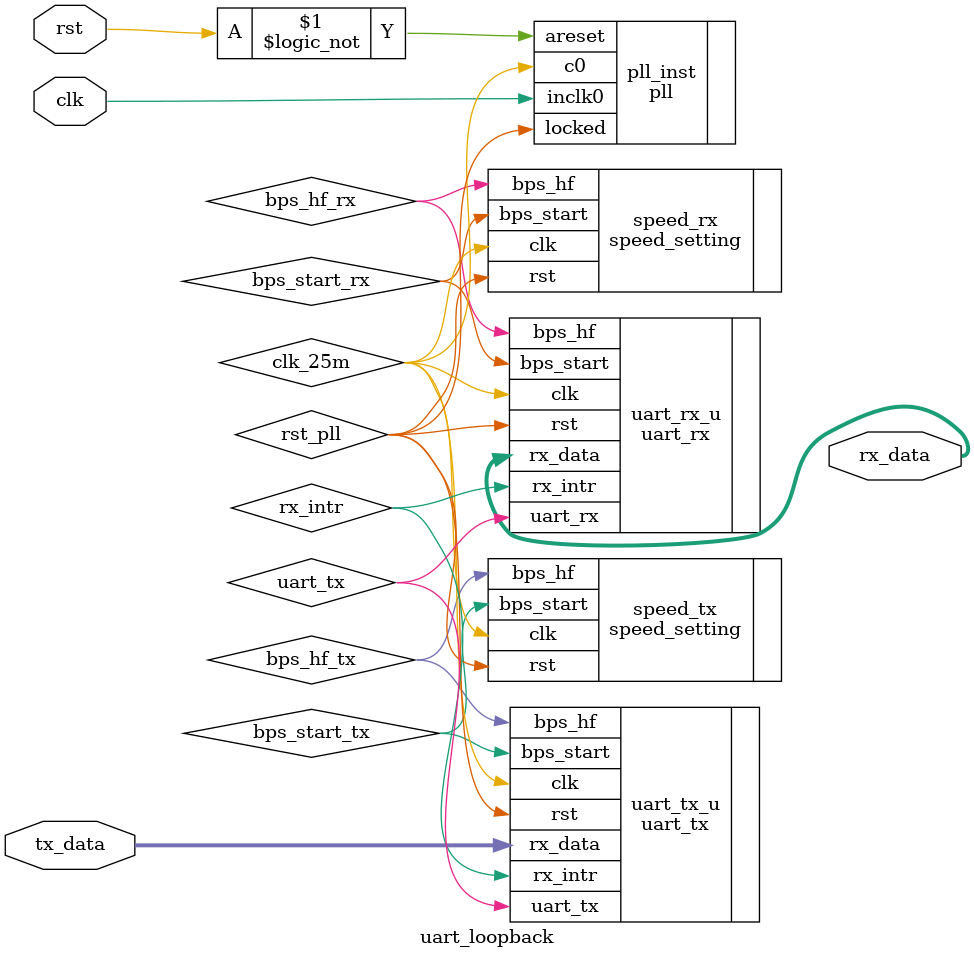
<source format=v>
module uart_loopback(
	clk,
	rst,
	tx_data,
	rx_data
);

input clk;
input rst;

input [7:0]tx_data;
output [7:0]rx_data;

wire clk_25m;
wire rst_pll;

wire bps_start_rx;
wire bps_hf_rx;
wire bps_start_tx;
wire bps_hf_tx;

wire rx_intr;

pll	pll_inst (
	.areset ( !rst ),
	.inclk0 ( clk ),
	.c0 ( clk_25m ),
	.locked ( rst_pll )
	);

speed_setting	speed_rx(
	.clk(clk_25m),
	.rst(rst_pll),
	.bps_start(bps_start_rx),
	.bps_hf(bps_hf_rx)
);	

uart_rx	uart_rx_u(
	.clk(clk_25m),
	.rst(rst_pll),
	.bps_start(bps_start_rx),
	.bps_hf(bps_hf_rx),
	.rx_intr(rx_intr),
	.uart_rx(uart_tx),
	.rx_data(rx_data)
);

speed_setting	speed_tx(
	.clk(clk_25m),
	.rst(rst_pll),
	.bps_start(bps_start_tx),
	.bps_hf(bps_hf_tx)
);	

uart_tx	uart_tx_u(
	.clk(clk_25m),
	.rst(rst_pll),
	.bps_start(bps_start_tx),
	.bps_hf(bps_hf_tx),
	.rx_intr(rx_intr),	
	.rx_data(tx_data),
	.uart_tx(uart_tx)
);



endmodule 
</source>
